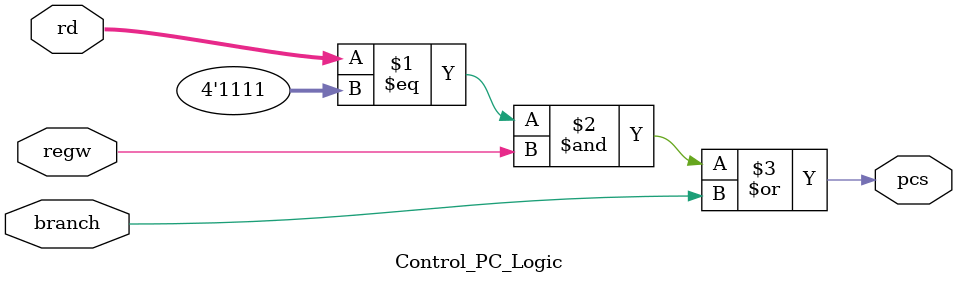
<source format=sv>
module Control_PC_Logic (	input logic [3:0] rd,
									input logic branch,
									input logic regw,
									output logic pcs
									);
									
	assign pcs = (((rd == 4'b1111) & regw) | branch);

endmodule
</source>
